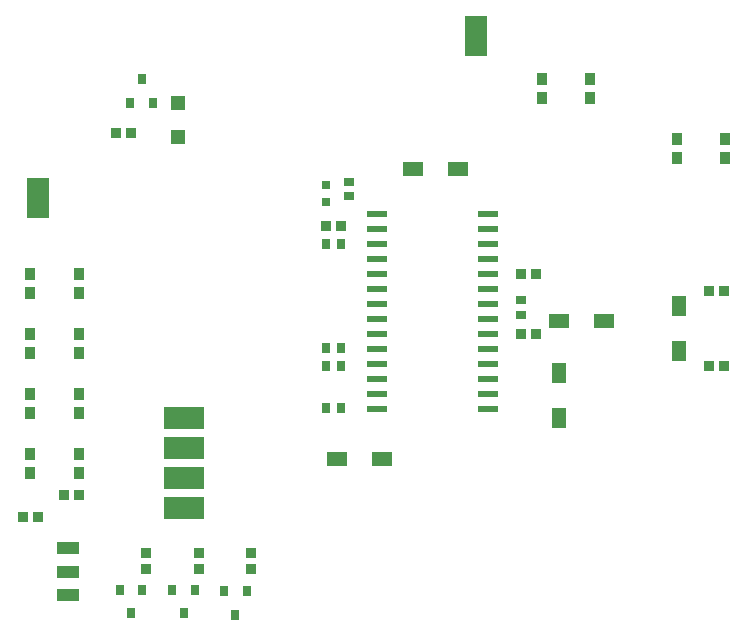
<source format=gtp>
G04*
G04 #@! TF.GenerationSoftware,Altium Limited,Altium Designer,22.7.1 (60)*
G04*
G04 Layer_Color=8355584*
%FSLAX44Y44*%
%MOMM*%
G71*
G04*
G04 #@! TF.SameCoordinates,19F2358B-4240-49B2-A54B-8FB7877D19E4*
G04*
G04*
G04 #@! TF.FilePolarity,Positive*
G04*
G01*
G75*
%ADD17R,3.5000X1.9000*%
%ADD18R,1.2000X1.2000*%
%ADD19R,1.2000X1.2000*%
%ADD20R,1.7500X0.5800*%
G04:AMPARAMS|DCode=21|XSize=1.75mm|YSize=0.58mm|CornerRadius=0.116mm|HoleSize=0mm|Usage=FLASHONLY|Rotation=0.000|XOffset=0mm|YOffset=0mm|HoleType=Round|Shape=RoundedRectangle|*
%AMROUNDEDRECTD21*
21,1,1.7500,0.3480,0,0,0.0*
21,1,1.5180,0.5800,0,0,0.0*
1,1,0.2320,0.7590,-0.1740*
1,1,0.2320,-0.7590,-0.1740*
1,1,0.2320,-0.7590,0.1740*
1,1,0.2320,0.7590,0.1740*
%
%ADD21ROUNDEDRECTD21*%
%ADD22R,0.8500X0.9500*%
%ADD23R,0.9000X1.0000*%
%ADD24R,1.9000X3.5000*%
%ADD25R,0.8000X0.9000*%
%ADD26R,0.8000X0.9000*%
%ADD27R,1.8000X1.3000*%
%ADD28R,0.9000X0.8000*%
%ADD29R,1.3000X1.8000*%
%ADD30R,0.8000X0.8000*%
%ADD31R,0.9500X0.8500*%
%ADD32R,1.9000X1.0000*%
D17*
X152400Y178750D02*
D03*
Y204150D02*
D03*
Y229550D02*
D03*
Y254950D02*
D03*
D18*
X147320Y521950D02*
D03*
D19*
Y493350D02*
D03*
D20*
X316249Y428035D02*
D03*
D21*
Y415335D02*
D03*
Y402635D02*
D03*
Y389935D02*
D03*
Y377235D02*
D03*
Y364535D02*
D03*
Y351835D02*
D03*
Y339135D02*
D03*
Y326435D02*
D03*
Y313735D02*
D03*
Y301035D02*
D03*
Y288335D02*
D03*
Y275635D02*
D03*
Y262935D02*
D03*
X410049D02*
D03*
Y275635D02*
D03*
Y288335D02*
D03*
Y301035D02*
D03*
Y313735D02*
D03*
Y326435D02*
D03*
Y339135D02*
D03*
Y351835D02*
D03*
Y364535D02*
D03*
Y377235D02*
D03*
Y389935D02*
D03*
Y402635D02*
D03*
Y415335D02*
D03*
Y428035D02*
D03*
D22*
X29210Y171130D02*
D03*
X16210D02*
D03*
X95100Y496250D02*
D03*
X108100D02*
D03*
X438000Y326576D02*
D03*
X451000D02*
D03*
X63650Y190180D02*
D03*
X50650D02*
D03*
X272900Y417510D02*
D03*
X285900D02*
D03*
X438000Y377376D02*
D03*
X451000D02*
D03*
X609750Y299400D02*
D03*
X596750D02*
D03*
X596750Y362900D02*
D03*
X609750D02*
D03*
D23*
X63682Y208868D02*
D03*
X22682D02*
D03*
X63682Y224868D02*
D03*
X22682D02*
D03*
X63682Y259668D02*
D03*
X22682D02*
D03*
X63682Y275668D02*
D03*
X22682D02*
D03*
X22678Y377232D02*
D03*
X63678D02*
D03*
X22678Y361232D02*
D03*
X63678D02*
D03*
X611053Y475568D02*
D03*
X570052D02*
D03*
X611053Y491568D02*
D03*
X570052D02*
D03*
X22682Y326468D02*
D03*
X63682D02*
D03*
X22682Y310468D02*
D03*
X63682D02*
D03*
X455752Y542368D02*
D03*
X496753D02*
D03*
X455752Y526368D02*
D03*
X496753D02*
D03*
D24*
X29210Y441640D02*
D03*
X400050Y578800D02*
D03*
D25*
X116840Y541970D02*
D03*
X126340Y521970D02*
D03*
X107340D02*
D03*
X205740Y108900D02*
D03*
X186740D02*
D03*
X196240Y88900D02*
D03*
X161900Y109850D02*
D03*
X142900D02*
D03*
X152400Y89850D02*
D03*
X117450Y109850D02*
D03*
X98450D02*
D03*
X107950Y89850D02*
D03*
D26*
X285676Y263487D02*
D03*
X273176D02*
D03*
X273150Y402600D02*
D03*
X285650D02*
D03*
X285676Y314287D02*
D03*
X273176D02*
D03*
X285650Y299400D02*
D03*
X273150D02*
D03*
D27*
X346760Y466090D02*
D03*
X384760D02*
D03*
X469950Y337500D02*
D03*
X507950D02*
D03*
X281990Y220660D02*
D03*
X319990D02*
D03*
D28*
X438150Y355180D02*
D03*
Y342680D02*
D03*
X292100Y443010D02*
D03*
Y455510D02*
D03*
D29*
X469900Y293000D02*
D03*
Y255000D02*
D03*
X571500Y312150D02*
D03*
Y350150D02*
D03*
D30*
X273128Y453013D02*
D03*
Y438013D02*
D03*
D31*
X209550Y127800D02*
D03*
Y140800D02*
D03*
X165100Y127800D02*
D03*
Y140800D02*
D03*
X120650Y127800D02*
D03*
Y140800D02*
D03*
D32*
X54710Y145250D02*
D03*
Y125250D02*
D03*
Y105250D02*
D03*
M02*

</source>
